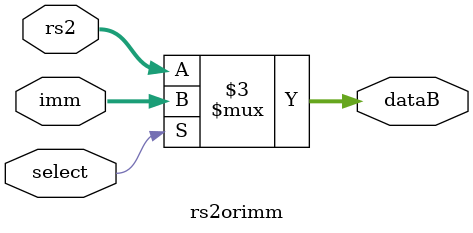
<source format=v>
module adder_for_auipc (
    input [31:0] pc_for_auipc,    
    input [31:0] imm_for_btype,   
    output [31:0] pc_plus_imm_for_auipc 
);

    assign pc_plus_imm_for_auipc = pc_for_auipc + imm_for_btype; 

endmodule
module alu(
  input [31:0] dataA, dataB,
    input [3:0] sel,
    output reg [31:0] out,
    output reg branch_taken // New output to indicate branch decision
);
    always @(*) begin
        branch_taken = 1'b0; // Default: Branch not taken

        case(sel)
            4'b0000: out = dataA + dataB; // ADD
            4'b0001: out = dataA << dataB[4:0]; // SLL
            4'b0010: out = (dataA < dataB) ? 32'b1 : 32'b0; // SLT
            4'b0011: out = ($unsigned(dataA) < $unsigned(dataB)) ? 32'b1 : 32'b0; // SLTU
            4'b0100: out = dataA ^ dataB; // XOR
            4'b0101: out = dataA >> dataB[4:0]; // SRL
            4'b0110: out = dataA | dataB; // OR
            4'b0111: out = dataA & dataB; // AND
            4'b1000: out = dataA - dataB; // SUB
            4'b1001: out = $signed(dataA) >>> dataB[4:0]; // SRA

            // Branch operations
            4'b1010: begin // BEQ (Branch if Equal)
                out = (dataA == dataB) ? 32'b1 : 32'b0;
                branch_taken = (dataA == dataB) ? 1'b1 : 1'b0;
            end
            4'b1011: begin // BNE (Branch if Not Equal)
                out = (dataA != dataB) ? 32'b1 : 32'b0;
                branch_taken = (dataA != dataB) ? 1'b1 : 1'b0;
            end
            4'b1100: begin // BLT (Branch if Less Than, signed)
                out = ($signed(dataA) < $signed(dataB)) ? 32'b1 : 32'b0;
                branch_taken = ($signed(dataA) < $signed(dataB)) ? 1'b1 : 1'b0;
            end
            4'b1101: begin // BGE (Branch if Greater or Equal, signed)
                out = ($signed(dataA) >= $signed(dataB)) ? 32'b1 : 32'b0;
                branch_taken = ($signed(dataA) >= $signed(dataB)) ? 1'b1 : 1'b0;
            end
            4'b1110: begin // BLTU (Branch if Less Than, unsigned)
                out = (dataA < dataB) ? 32'b1 : 32'b0;
                branch_taken = (dataA < dataB) ? 1'b1 : 1'b0;
            end
            4'b1111: begin // BGEU (Branch if Greater or Equal, unsigned)
                out = (dataA >= dataB) ? 32'b1 : 32'b0;
                branch_taken = (dataA >= dataB) ? 1'b1 : 1'b0;
            end

            default: out = 32'b0;
        endcase
    end
endmodule
module control_unit (
  input [31:0] instruction,
    output reg [3:0] sel,
    output reg [1:0] sel_bit_mux,
    output addr, sub, sllr, sltr, sltur, xorr, srlr, srar, orr, andr,
    output addi, slli, slti, sltui, xori, srli, srai, ori, andi,
    output sw, sh, sb, lb, lh, lw, lbu, lhu,
    output jal, jalr,jalreverse,
    output beq, bne, blt, bge, bltu, bgeu,
    output add, sll, slt, sltu, xorrr, srl, sra, orrr, andd,
    output out0, out1, out2, out3,
    output wenb, rs2_imm_sel,
    output lui_enb, auipc_wenb, load_enb, jal_enb, branch_enb, in_to_pr
);
    wire i0, i1, i2, i3, i4, i5, i6, i7, i8;
    wire [8:0] selected_bits;
    assign i0 = instruction[2];
    assign i1 = instruction[3];
    assign i2 = instruction[4];
    assign i3 = instruction[5];
    assign i4 = instruction[6];
    assign i5 = instruction[12];
    assign i6 = instruction[13];
    assign i7 = instruction[14];
    assign i8 = instruction[30];
    // R_type 
    assign addr = (~i0)&(~i1)&(i2)&(i3)&(~i4)&(~i5)&(~i6)&(~i7)&(~i8);
    assign sub = (~i0)&(~i1)&(i2)&(i3)&(~i4)&(~i5)&(~i6)&(~i7)&(i8);
    assign sllr = (~i0)&(~i1)&(i2)&(i3)&(~i4)&(i5)&(~i6)&(~i7)&(~i8);
    assign sltr = (~i0)&(~i1)&(i2)&(i3)&(~i4)&(~i5)&(i6)&(~i7)&(~i8);
    assign sltur = (~i0)&(~i1)&(i2)&(i3)&(~i4)&(i5)&(i6)&(~i7)&(~i8);
    assign xorr = (~i0)&(~i1)&(i2)&(i3)&(~i4)&(~i5)&(~i6)&(i7)&(~i8);
    assign srlr = (~i0)&(~i1)&(i2)&(i3)&(~i4)&(i5)&(~i6)&(i7)&(~i8);
    assign srar = (~i0)&(~i1)&(i2)&(i3)&(~i4)&(i5)&(~i6)&(i7)&(i8);
    assign orr = (~i0)&(~i1)&(i2)&(i3)&(~i4)&(~i5)&(i6)&(i7)&(~i8);
    assign andr = (~i0)&(~i1)&(i2)&(i3)&(~i4)&(i5)&(i6)&(i7)&(~i8);
    // I_Type
    assign addi = (~i0)&(~i1)&(i2)&(~i3)&(~i4)&(~i5)&(~i6)&(~i7)&(~i8);
    assign slli = (~i0)&(~i1)&(i2)&(~i3)&(~i4)&(i5)&(~i6)&(~i7)&(~i8); 
    assign slti = (~i0)&(~i1)&(i2)&(~i3)&(~i4)&(~i5)&(i6)&(~i7)&(~i8);
    assign sltui = (~i0)&(~i1)&(i2)&(~i3)&(~i4)&(i5)&(i6)&(~i7)&(~i8);
    assign xori = (~i0)&(~i1)&(i2)&(~i3)&(~i4)&(~i5)&(~i6)&(i7)&(~i8);
    assign srli = (~i0)&(~i1)&(i2)&(~i3)&(~i4)&(i5)&(~i6)&(i7)&(~i8);
    assign srai = (~i0)&(~i1)&(i2)&(~i3)&(~i4)&(i5)&(~i6)&(i7)&(i8);
    assign ori = (~i0)&(~i1)&(i2)&(~i3)&(~i4)&(~i5)&(i6)&(i7)&(~i8);
    assign andi = (~i0)&(~i1)&(i2)&(~i3)&(~i4)&(i5)&(i6)&(i7)&(~i8);
    // Load Store
    assign sw = (~i0)&(~i1)&(~i2)&(i3)&(~i4)&(~i5)&(i6)&(~i7)&(~i8);
    assign sh = (~i0)&(~i1)&(~i2)&(i3)&(~i4)&(i5)&(~i6)&(~i7)&(~i8);
    assign sb = (~i0)&(~i1)&(~i2)&(i3)&(~i4)&(~i5)&(~i6)&(~i7)&(~i8);
    assign lb = (~i0)&(~i1)&(~i2)&(~i3)&(~i4)&(~i5)&(~i6)&(~i7)&(~i8);
    assign lh = (~i0)&(~i1)&(~i2)&(~i3)&(~i4)&(i5)&(~i6)&(~i7)&(~i8);
    assign lw = (~i0)&(~i1)&(~i2)&(~i3)&(~i4)&(~i5)&(i6)&(~i7)&(~i8);
    assign lbu = (~i0)&(~i1)&(~i2)&(~i3)&(~i4)&(~i5)&(i6)&(i7)&(~i8);
    assign lhu = (~i0)&(~i1)&(~i2)&(~i3)&(~i4)&(i5)&(~i6)&(i7)&(~i8);
    // load enable 
    assign load_enb = (lb) | (lh) | (lw) | (lbu) | (lhu);
    //Jump instructions
    assign jal = (i0)&(i1)&(~i2)&(i3)&(i4)&(~i5)&(~i6)&(~i7)&(~i8);
  	assign jalreverse = (i0)&(i1)&(~i2)&(i3)&(i4)&(i5)&(i6)&(i7)&(i8);
    assign jalr = (i0)&(~i1)&(~i2)&(i3)&(i4)&(~i5)&(~i6)&(~i7)&(~i8);
    // enable for jal
    assign jal_enb = (jal) | (jalr);
    //auipc enable lui enable
    assign lui_enb = (i0)&(~i1)&(i2)&(i3)&(~i4);
    assign auipc_wenb = (i0)&(~i1)&(i2)&(~i3)&(~i4);
    //Branch instructions
    assign beq = (~i0)&(~i1)&(~i2)&(i3)&(i4)&(~i5)&(~i6)&(~i7);
    assign bne = (~i0)&(~i1)&(~i2)&(i3)&(i4)&(i5)&(~i6)&(~i7);
    assign blt = (~i0)&(~i1)&(~i2)&(i3)&(i4)&(~i5)&(~i6)&(i7);
    assign bge = (~i0)&(~i1)&(~i2)&(i3)&(i4)&(i5)&(~i6)&(i7);
    assign bltu = (~i0)&(~i1)&(~i2)&(i3)&(i4)&(~i5)&(i6)&(i7);
    assign bgeu = (~i0)&(~i1)&(~i2)&(i3)&(i4)&(i5)&(i6)&(i7);
    // Enable for branch
  assign branch_enb = (beq) | (bne) | (blt) | (bge) | (bltu) | (bgeu);
    //Selection bit for alu
    assign add = (addr) | (addi);
    assign sll = (sllr) | (slli);
    assign slt = (sltr) | (slti);
    assign sltu = (sltur) | (sltui);
    assign xorrr = (xorr) | (xori);
    assign srl = (srlr) | (srli);
    assign sra = (srar) | (srai);
    assign orrr = (orr) | (ori);
    assign andd = (andr) | (andi);
      assign out0 = (sll) | (sltu) | (srl) | (sra) | (andd) | (beq) | (bne) | (blt) | (bge) | (bltu) | (bgeu);
  assign out1 = (slt) | (sltu) | (orrr) | (andd) | (blt)  | (bge) | (bltu) | (bgeu);
  assign out2 = (xorrr) | (srl) | (sra) | (orrr) | (andd) | (beq)  | (bne) | (bltu) | (bgeu);
  assign out3 = (sub) | (sra) | (bne)  | (bge) | (bgeu);
    assign sel = {out0, out1, out2, out3};

    // write enable and rs2 immediate selection
    assign wenb = (lw) | (jal) | (lh) | (lb) | (addr) | (sub) | (srar) | (sllr) | (orr) | (andr) | (sltur) | (sltr) | (srai) | (xorr) | (srlr) | (andi) | (auipc_wenb) | (ori) | (xori) | (sltui) | (srli) | (slli) | (addi) | (slti) | (sb) | (sh) | (sw) | (lbu) | (lhu) | (jalr) | (lui_enb);
    assign rs2_imm_sel = (lui_enb) | (jal) | (lb) | (lh) |(addi) | (sh) | (sb) | (sw) | (slli) | (srai) | (auipc_wenb) | (ori) | (andi) | (srli) | (xori) | (sltui) | (slti) | (lbu) | (lhu) | (jalr) | (lw) | (jalreverse);
    // Select bit for mux
  assign in_to_pr = ~(jal | jalr | branch_enb);
    always @(*) 
    begin
      casez({branch_enb, jalr, {jal | jalreverse}, in_to_pr})
    		4'b1??? : sel_bit_mux = 2'b11;
    		4'b01?? : sel_bit_mux = 2'b10;
    		4'b001? : sel_bit_mux = 2'b01;
    		4'b0001 : sel_bit_mux = 2'b00;
    	endcase
    end

endmodule
module data_mem(
    input clk, 
    input load_enb,
    input sb, sh, sw,
    input lb, lh, lw, lbu, lhu,
    input [31:0] address,
    input [31:0] write_data,
    output reg [31:0] read_data
);
  reg [7:0] memory [0:127];

    
    always @(*) begin
        if (load_enb) begin
            case (1'b1)
                lb:  read_data = {{24{memory[address][7]}}, memory[address]};  
                lh:  read_data = {{16{memory[address+1][7]}}, memory[address+1], memory[address]};  
                lw:  read_data = {memory[address+3], memory[address+2], memory[address+1], memory[address]};  
                lbu: read_data = {24'b0, memory[address]};  
                lhu: read_data = {16'b0, memory[address+1], memory[address]};  
                default: read_data = 32'b0;
            endcase
        end 
        else begin
            read_data = 32'b0;
        end
    end

    always @(posedge clk) begin
        if (sb) begin
            memory[address] <= write_data[7:0]; 
        end
        else if (sh) begin
            memory[address] <= write_data[7:0]; 
            memory[address+1] <= write_data[15:8];  
        end
        else if (sw) begin
            memory[address]   <= write_data[7:0];
            memory[address+1] <= write_data[15:8];
            memory[address+2] <= write_data[23:16];
            memory[address+3] <= write_data[31:24];  
        end
    end
endmodule
module decoder(
    input [31:0] instruction,
    output [4:0] rs1, rs2, rdi
);
    assign rs1 = instruction[19:15];
    assign rs2 = instruction[24:20];
    assign rdi = instruction[11:7];
endmodule
module fetch (
    input wire clk,
    input wire rst,
  	input [1:0] sel,
    input [31:0] pc_plus_4,
  	input [31:0] pc_plus_imm, pc_plus_imm_2,
    input [31:0] rs1_plus_imm_for_jalr,
    output wire [31:0] instruction
);
    wire [31:0] pc, pc_next;

    pc PC (
        .clk(clk),
        .rst(rst),
        .pc_next(pc_next),
        .pc_write(1'b1),
        .pc_out(pc)
    );

    instruction_mem IM (
        .addr(pc),
        .instruction(instruction)
    );
	
  	mux_4to1 mux4 (
    .sel(sel),
    .pc_plus_4(pc_plus_4),
    .pc_plus_imm(pc_plus_imm),
    .pc_plus_imm_2(pc_plus_imm_2),
    .rs1_plus_imm_for_jalr(rs1_plus_imm_for_jalr),
    .out(pc_next)
  );
endmodule
// Code your design here
module immediate_generator(
  input [31:0] instruction,
  output reg [31:0] imm,
  output reg [3:0] sel
);
  always @(*) begin
    casez (instruction[6:0])
      7'b0010011: sel = 4'b0000; // I-type
      7'b0100011: sel = 4'b0001; // S-type
      7'b1100011: sel = 4'b0010; // B-type
      7'b0010111: sel = 4'b0011; // U-type (AUIPC)
      7'b1101111: sel = 4'b0100; // J-type (JAL)
      7'b0110011: sel = 4'b0101; // R-type
      7'b0000011: sel = 4'b0110; // I-type (Load)
      7'b1100111: sel = 4'b0111; // JALR (I-type format)
      default: sel = 4'b1111; // Default case
    endcase
  end

  always @(*) begin
    case (sel)
      4'b0000: imm = {{20{instruction[31]}}, instruction[31:20]}; // I-type
      4'b0001: imm = {{20{instruction[31]}}, instruction[31:25], instruction[11:7]}; // S-type
      4'b0010: imm = {{19{instruction[31]}}, instruction[31], instruction[7], instruction[30:25], instruction[11:8], 1'b0}; // B-type
      4'b0011: imm = {instruction[31:12], 12'b0}; // U-type (LUI/AUIPC, no sign extension)
      4'b0100: imm = {{11{instruction[31]}}, instruction[31], instruction[19:12], instruction[20], instruction[30:21], 1'b0}; // J-type (JAL)
      4'b0101: imm = 32'b0; // R-type (no immediate)
      4'b0110: imm = {{20{instruction[31]}}, instruction[31:20]}; // I-type (Load)
      4'b0111: imm = {{20{instruction[31]}}, instruction[31:20]}; // JALR (same as I-type)
      default: imm = 32'b0; // Default case
    endcase
  end
endmodule
module instruction_mem (
    input wire [31:0] addr,
    output wire [31:0] instruction
);
  reg [31:0] memory [0:127];

    initial begin
        $readmemh("instructions.hex", memory); 
    end

    assign instruction = memory[addr >> 2]; 

endmodule
module pc_plus_4(
    input wire [31:0] pc,        
    output wire [31:0] pc_plus4  
);
    assign pc_plus4 = pc + 32'd4;  
endmodule
module mux_rs2 (
    input [31:0] rs2,   
    input [3:0] sel_bit, 
    output reg [31:0] output_data_forstore 
);

    always @(*) begin
      case (sel_bit)
            4'b0000: output_data_forstore = rs2;                 
            4'b0010: output_data_forstore = {24'b0, rs2[7:0]};   
            4'b0100: output_data_forstore = {16'b0, rs2[15:0]};  
            default: output_data_forstore = 32'b0;               
        endcase
    end

endmodule
module mux2to1(
	input wire [31:0] imm_input,
  input wire [31:0] reg_input,
	input select,
	output wire [31:0] out
);
	assign out = select ? imm_input : reg_input;
endmodule	
module mux_4to1(
  	input [1:0] sel,
    input [31:0] pc_plus_4,
  	input [31:0] pc_plus_imm, pc_plus_imm_2,
    input [31:0] rs1_plus_imm_for_jalr,
    output reg [31:0] out
);

    always @(*) begin
        case (sel)
            2'b00: out = pc_plus_4;
            2'b01: out = pc_plus_imm;
            2'b10: out = rs1_plus_imm_for_jalr;
            2'b11: out = pc_plus_imm_2; 
            default: out = 32'b0; 
        endcase
    end

endmodule
module mux8to1(
    input wire [31:0] alu_result, load_result, pc_plus_4, pc_plus_imm, imm_for_b_type, // Data inputs
    input wire [2:0] sel, // Select signal from encoder
    output reg [31:0] out // MUX output
);
    always @(*) begin
        case (sel)
            3'b000: out = alu_result;     // ALU result
            3'b001: out = load_result;    // Load result
            3'b010: out = pc_plus_4;      // PC + 4
            3'b011: out = pc_plus_imm;    // PC + IMM
            3'b100: out = imm_for_b_type; // IMM for B-type
            default: out = 32'b0;         // Default case
        endcase
    end
endmodule
module pc (
    input wire clk,             
    input wire rst,             
    input wire [31:0] pc_next,  
    input wire pc_write,        
    output reg [31:0] pc_out    
);
    always @(posedge clk or posedge rst) begin
        if (rst)
            pc_out <= 32'h00000000; 
        else if (pc_write)
            pc_out <= pc_next;      
    end
endmodule
module prienc(
	input wire enable,
	output wire mux_select
);
	assign mux_select = enable;
endmodule
module priority_encoder_8to3 (
    input wire alu_result,     
    input wire load_enable,    
    input wire jal_enb,        
    input wire enable_for_auipc,
    input wire lui_enable,      
    output reg [2:0] sel        
);
  assign alu_result = ~(lui_enable | enable_for_auipc | jal_enb | load_enable);
    wire [4:0] input_concat = {lui_enable, enable_for_auipc, jal_enb, load_enable, alu_result};

    
    always @(*) begin
        casez (input_concat)
            5'b1????: sel = 3'b100; // LUI enable
            5'b01???: sel = 3'b011; // AUIPC enable
            5'b001??: sel = 3'b010; // JAL enable
            5'b0001?: sel = 3'b001; // Load enable
            5'b00001: sel = 3'b000; // ALU result
            default:  sel = 3'b000; // Default (ALU result)
        endcase
    end
endmodule
module regfile (
    input clk, reset, enable,
    input [31:0] data_in,
    input [4:0] rs1, rs2, rd_select,
  	output reg [31:0] data_out1, data_out2
);
    reg [31:0] registers [31:0]; 
    always @(*) begin
        data_out1 = (rs1 == 0) ? 32'b0 : registers[rs1];
        data_out2 = (rs2 == 0) ? 32'b0 : registers[rs2];
    end    
    always @(posedge clk or posedge reset) begin
        if (reset) begin
            integer i;
            for (i = 0; i < 32; i = i + 1)
                registers[i] <= 32'b0;
        end
        else if (enable && rd_select != 0) begin
            registers[rd_select] <= data_in;  // Write only if not x0
        end
    end

endmodule
module rs1_plus_imm(
	input [31:0] rs1, imm_input,
	output reg [31:0] rs1_plus_im
);
	assign rs1_plus_im = rs1+imm_input;
endmodule
module rs2orimm(
	input [31:0] rs2, imm,
	input select,
	output reg [31:0] dataB
);
	always @(*)
	begin
		dataB = select ? imm : rs2;
	end
endmodule
</source>
